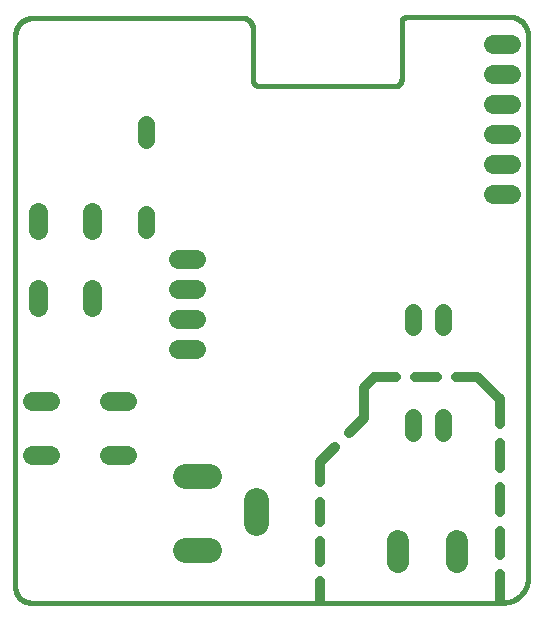
<source format=gbs>
G75*
%MOIN*%
%OFA0B0*%
%FSLAX25Y25*%
%IPPOS*%
%LPD*%
%AMOC8*
5,1,8,0,0,1.08239X$1,22.5*
%
%ADD10C,0.03200*%
%ADD11C,0.01600*%
%ADD12C,0.06400*%
%ADD13C,0.05600*%
%ADD14C,0.07450*%
%ADD15C,0.08274*%
D10*
X0137233Y0044645D02*
X0137233Y0051459D01*
X0137233Y0057859D02*
X0137233Y0064673D01*
X0137233Y0071073D02*
X0137233Y0077887D01*
X0137233Y0084287D02*
X0137233Y0091102D01*
X0142254Y0096122D01*
X0146779Y0100648D02*
X0151800Y0105669D01*
X0151800Y0115905D01*
X0155343Y0119448D01*
X0162494Y0119448D01*
X0168894Y0119448D02*
X0176045Y0119448D01*
X0182445Y0119448D02*
X0189595Y0119448D01*
X0197076Y0111968D01*
X0197076Y0103781D01*
X0197076Y0097381D02*
X0197076Y0089194D01*
X0197076Y0082794D02*
X0197076Y0074606D01*
X0197076Y0068206D02*
X0197076Y0060019D01*
X0197076Y0053619D02*
X0197076Y0045432D01*
D11*
X0198257Y0044251D02*
X0040776Y0044251D01*
X0040635Y0044253D01*
X0040494Y0044259D01*
X0040353Y0044268D01*
X0040213Y0044282D01*
X0040073Y0044300D01*
X0039934Y0044321D01*
X0039795Y0044346D01*
X0039657Y0044375D01*
X0039520Y0044408D01*
X0039383Y0044444D01*
X0039248Y0044484D01*
X0039114Y0044528D01*
X0038981Y0044576D01*
X0038850Y0044627D01*
X0038720Y0044682D01*
X0038592Y0044741D01*
X0038465Y0044802D01*
X0038340Y0044868D01*
X0038217Y0044937D01*
X0038096Y0045009D01*
X0037977Y0045084D01*
X0037860Y0045163D01*
X0037745Y0045245D01*
X0037632Y0045330D01*
X0037522Y0045418D01*
X0037415Y0045509D01*
X0037310Y0045604D01*
X0037207Y0045701D01*
X0037108Y0045800D01*
X0037011Y0045903D01*
X0036916Y0046008D01*
X0036825Y0046115D01*
X0036737Y0046225D01*
X0036652Y0046338D01*
X0036570Y0046453D01*
X0036491Y0046570D01*
X0036416Y0046689D01*
X0036344Y0046810D01*
X0036275Y0046933D01*
X0036209Y0047058D01*
X0036148Y0047185D01*
X0036089Y0047313D01*
X0036034Y0047443D01*
X0035983Y0047574D01*
X0035935Y0047707D01*
X0035891Y0047841D01*
X0035851Y0047976D01*
X0035815Y0048113D01*
X0035782Y0048250D01*
X0035753Y0048388D01*
X0035728Y0048527D01*
X0035707Y0048666D01*
X0035689Y0048806D01*
X0035675Y0048946D01*
X0035666Y0049087D01*
X0035660Y0049228D01*
X0035658Y0049369D01*
X0035658Y0233228D01*
X0035660Y0233380D01*
X0035666Y0233532D01*
X0035676Y0233684D01*
X0035689Y0233835D01*
X0035707Y0233986D01*
X0035728Y0234137D01*
X0035754Y0234287D01*
X0035783Y0234436D01*
X0035816Y0234585D01*
X0035853Y0234732D01*
X0035893Y0234879D01*
X0035938Y0235024D01*
X0035986Y0235168D01*
X0036038Y0235311D01*
X0036093Y0235453D01*
X0036152Y0235593D01*
X0036215Y0235732D01*
X0036281Y0235869D01*
X0036351Y0236004D01*
X0036424Y0236137D01*
X0036501Y0236268D01*
X0036581Y0236398D01*
X0036664Y0236525D01*
X0036750Y0236650D01*
X0036840Y0236773D01*
X0036933Y0236893D01*
X0037029Y0237011D01*
X0037128Y0237127D01*
X0037230Y0237240D01*
X0037334Y0237350D01*
X0037442Y0237458D01*
X0037552Y0237562D01*
X0037665Y0237664D01*
X0037781Y0237763D01*
X0037899Y0237859D01*
X0038019Y0237952D01*
X0038142Y0238042D01*
X0038267Y0238128D01*
X0038394Y0238211D01*
X0038524Y0238291D01*
X0038655Y0238368D01*
X0038788Y0238441D01*
X0038923Y0238511D01*
X0039060Y0238577D01*
X0039199Y0238640D01*
X0039339Y0238699D01*
X0039481Y0238754D01*
X0039624Y0238806D01*
X0039768Y0238854D01*
X0039913Y0238899D01*
X0040060Y0238939D01*
X0040207Y0238976D01*
X0040356Y0239009D01*
X0040505Y0239038D01*
X0040655Y0239064D01*
X0040806Y0239085D01*
X0040957Y0239103D01*
X0041108Y0239116D01*
X0041260Y0239126D01*
X0041412Y0239132D01*
X0041564Y0239134D01*
X0041564Y0239133D02*
X0111249Y0239133D01*
X0111365Y0239131D01*
X0111481Y0239125D01*
X0111596Y0239116D01*
X0111711Y0239103D01*
X0111826Y0239086D01*
X0111940Y0239065D01*
X0112054Y0239040D01*
X0112166Y0239012D01*
X0112277Y0238980D01*
X0112388Y0238945D01*
X0112497Y0238906D01*
X0112605Y0238863D01*
X0112711Y0238817D01*
X0112816Y0238768D01*
X0112919Y0238715D01*
X0113021Y0238658D01*
X0113120Y0238599D01*
X0113217Y0238536D01*
X0113313Y0238470D01*
X0113406Y0238401D01*
X0113497Y0238329D01*
X0113585Y0238254D01*
X0113671Y0238176D01*
X0113754Y0238095D01*
X0113835Y0238012D01*
X0113913Y0237926D01*
X0113988Y0237838D01*
X0114060Y0237747D01*
X0114129Y0237654D01*
X0114195Y0237558D01*
X0114258Y0237461D01*
X0114317Y0237362D01*
X0114374Y0237260D01*
X0114427Y0237157D01*
X0114476Y0237052D01*
X0114522Y0236946D01*
X0114565Y0236838D01*
X0114604Y0236729D01*
X0114639Y0236618D01*
X0114671Y0236507D01*
X0114699Y0236395D01*
X0114724Y0236281D01*
X0114745Y0236167D01*
X0114762Y0236052D01*
X0114775Y0235937D01*
X0114784Y0235822D01*
X0114790Y0235706D01*
X0114792Y0235590D01*
X0114792Y0218661D01*
X0114794Y0218566D01*
X0114800Y0218471D01*
X0114809Y0218376D01*
X0114823Y0218282D01*
X0114840Y0218189D01*
X0114861Y0218096D01*
X0114885Y0218004D01*
X0114914Y0217913D01*
X0114945Y0217823D01*
X0114981Y0217735D01*
X0115020Y0217648D01*
X0115063Y0217563D01*
X0115108Y0217480D01*
X0115158Y0217399D01*
X0115210Y0217319D01*
X0115266Y0217242D01*
X0115324Y0217167D01*
X0115386Y0217095D01*
X0115451Y0217025D01*
X0115518Y0216958D01*
X0115588Y0216893D01*
X0115660Y0216831D01*
X0115735Y0216773D01*
X0115812Y0216717D01*
X0115892Y0216665D01*
X0115973Y0216615D01*
X0116056Y0216570D01*
X0116141Y0216527D01*
X0116228Y0216488D01*
X0116316Y0216452D01*
X0116406Y0216421D01*
X0116497Y0216392D01*
X0116589Y0216368D01*
X0116682Y0216347D01*
X0116775Y0216330D01*
X0116869Y0216316D01*
X0116964Y0216307D01*
X0117059Y0216301D01*
X0117154Y0216299D01*
X0117154Y0216298D02*
X0162036Y0216298D01*
X0162036Y0216299D02*
X0162131Y0216301D01*
X0162226Y0216307D01*
X0162321Y0216316D01*
X0162415Y0216330D01*
X0162508Y0216347D01*
X0162601Y0216368D01*
X0162693Y0216392D01*
X0162784Y0216421D01*
X0162874Y0216452D01*
X0162962Y0216488D01*
X0163049Y0216527D01*
X0163134Y0216570D01*
X0163217Y0216615D01*
X0163298Y0216665D01*
X0163378Y0216717D01*
X0163455Y0216773D01*
X0163530Y0216831D01*
X0163602Y0216893D01*
X0163672Y0216958D01*
X0163739Y0217025D01*
X0163804Y0217095D01*
X0163866Y0217167D01*
X0163924Y0217242D01*
X0163980Y0217319D01*
X0164032Y0217399D01*
X0164082Y0217480D01*
X0164127Y0217563D01*
X0164170Y0217648D01*
X0164209Y0217735D01*
X0164245Y0217823D01*
X0164276Y0217913D01*
X0164305Y0218004D01*
X0164329Y0218096D01*
X0164350Y0218189D01*
X0164367Y0218282D01*
X0164381Y0218376D01*
X0164390Y0218471D01*
X0164396Y0218566D01*
X0164398Y0218661D01*
X0164398Y0237558D01*
X0164400Y0237644D01*
X0164405Y0237730D01*
X0164415Y0237815D01*
X0164428Y0237900D01*
X0164445Y0237984D01*
X0164465Y0238068D01*
X0164489Y0238150D01*
X0164517Y0238231D01*
X0164548Y0238312D01*
X0164582Y0238390D01*
X0164620Y0238467D01*
X0164662Y0238543D01*
X0164706Y0238616D01*
X0164754Y0238687D01*
X0164805Y0238757D01*
X0164859Y0238824D01*
X0164915Y0238888D01*
X0164975Y0238950D01*
X0165037Y0239010D01*
X0165101Y0239066D01*
X0165168Y0239120D01*
X0165238Y0239171D01*
X0165309Y0239219D01*
X0165383Y0239263D01*
X0165458Y0239305D01*
X0165535Y0239343D01*
X0165613Y0239377D01*
X0165694Y0239408D01*
X0165775Y0239436D01*
X0165857Y0239460D01*
X0165941Y0239480D01*
X0166025Y0239497D01*
X0166110Y0239510D01*
X0166195Y0239520D01*
X0166281Y0239525D01*
X0166367Y0239527D01*
X0200225Y0239527D01*
X0200382Y0239525D01*
X0200539Y0239519D01*
X0200696Y0239509D01*
X0200852Y0239496D01*
X0201008Y0239478D01*
X0201164Y0239457D01*
X0201319Y0239431D01*
X0201473Y0239402D01*
X0201627Y0239369D01*
X0201779Y0239332D01*
X0201931Y0239292D01*
X0202082Y0239247D01*
X0202231Y0239199D01*
X0202379Y0239147D01*
X0202526Y0239092D01*
X0202672Y0239032D01*
X0202816Y0238970D01*
X0202958Y0238903D01*
X0203099Y0238833D01*
X0203238Y0238760D01*
X0203375Y0238683D01*
X0203510Y0238603D01*
X0203642Y0238519D01*
X0203773Y0238432D01*
X0203902Y0238342D01*
X0204028Y0238249D01*
X0204152Y0238153D01*
X0204274Y0238053D01*
X0204393Y0237951D01*
X0204509Y0237845D01*
X0204623Y0237737D01*
X0204734Y0237626D01*
X0204842Y0237512D01*
X0204948Y0237396D01*
X0205050Y0237277D01*
X0205150Y0237155D01*
X0205246Y0237031D01*
X0205339Y0236905D01*
X0205429Y0236776D01*
X0205516Y0236645D01*
X0205600Y0236513D01*
X0205680Y0236378D01*
X0205757Y0236241D01*
X0205830Y0236102D01*
X0205900Y0235961D01*
X0205967Y0235819D01*
X0206029Y0235675D01*
X0206089Y0235529D01*
X0206144Y0235382D01*
X0206196Y0235234D01*
X0206244Y0235085D01*
X0206289Y0234934D01*
X0206329Y0234782D01*
X0206366Y0234630D01*
X0206399Y0234476D01*
X0206428Y0234322D01*
X0206454Y0234167D01*
X0206475Y0234011D01*
X0206493Y0233855D01*
X0206506Y0233699D01*
X0206516Y0233542D01*
X0206522Y0233385D01*
X0206524Y0233228D01*
X0206524Y0052519D01*
X0206525Y0052519D02*
X0206523Y0052319D01*
X0206515Y0052120D01*
X0206503Y0051920D01*
X0206486Y0051721D01*
X0206465Y0051522D01*
X0206438Y0051324D01*
X0206407Y0051127D01*
X0206371Y0050930D01*
X0206330Y0050735D01*
X0206285Y0050540D01*
X0206235Y0050347D01*
X0206180Y0050155D01*
X0206120Y0049964D01*
X0206056Y0049775D01*
X0205988Y0049587D01*
X0205915Y0049401D01*
X0205837Y0049217D01*
X0205755Y0049035D01*
X0205669Y0048855D01*
X0205578Y0048677D01*
X0205483Y0048501D01*
X0205384Y0048327D01*
X0205280Y0048156D01*
X0205173Y0047988D01*
X0205061Y0047822D01*
X0204946Y0047659D01*
X0204827Y0047499D01*
X0204703Y0047342D01*
X0204576Y0047187D01*
X0204446Y0047036D01*
X0204311Y0046888D01*
X0204174Y0046744D01*
X0204032Y0046602D01*
X0203888Y0046465D01*
X0203740Y0046330D01*
X0203589Y0046200D01*
X0203434Y0046073D01*
X0203277Y0045949D01*
X0203117Y0045830D01*
X0202954Y0045715D01*
X0202788Y0045603D01*
X0202620Y0045496D01*
X0202449Y0045392D01*
X0202275Y0045293D01*
X0202099Y0045198D01*
X0201921Y0045107D01*
X0201741Y0045021D01*
X0201559Y0044939D01*
X0201375Y0044861D01*
X0201189Y0044788D01*
X0201001Y0044720D01*
X0200812Y0044656D01*
X0200621Y0044596D01*
X0200429Y0044541D01*
X0200236Y0044491D01*
X0200041Y0044446D01*
X0199846Y0044405D01*
X0199649Y0044369D01*
X0199452Y0044338D01*
X0199254Y0044311D01*
X0199055Y0044290D01*
X0198856Y0044273D01*
X0198656Y0044261D01*
X0198457Y0044253D01*
X0198257Y0044251D01*
D12*
X0095740Y0128939D02*
X0089740Y0128939D01*
X0089740Y0138939D02*
X0095740Y0138939D01*
X0095740Y0148939D02*
X0089740Y0148939D01*
X0089740Y0158939D02*
X0095740Y0158939D01*
X0061089Y0168306D02*
X0061089Y0174306D01*
X0043289Y0174306D02*
X0043289Y0168306D01*
X0043289Y0148706D02*
X0043289Y0142706D01*
X0061089Y0142706D02*
X0061089Y0148706D01*
X0066806Y0111335D02*
X0072806Y0111335D01*
X0072806Y0093535D02*
X0066806Y0093535D01*
X0047206Y0093535D02*
X0041206Y0093535D01*
X0041206Y0111335D02*
X0047206Y0111335D01*
X0194801Y0180302D02*
X0200801Y0180302D01*
X0200801Y0190302D02*
X0194801Y0190302D01*
X0194801Y0200302D02*
X0200801Y0200302D01*
X0200801Y0210302D02*
X0194801Y0210302D01*
X0194801Y0220302D02*
X0200801Y0220302D01*
X0200801Y0230302D02*
X0194801Y0230302D01*
D13*
X0178060Y0141223D02*
X0178060Y0136023D01*
X0168060Y0136023D02*
X0168060Y0141223D01*
X0168060Y0106023D02*
X0168060Y0100823D01*
X0178060Y0100823D02*
X0178060Y0106023D01*
X0079115Y0168545D02*
X0079115Y0173745D01*
X0079115Y0198545D02*
X0079115Y0203745D01*
D14*
X0163217Y0064823D02*
X0163217Y0057773D01*
X0182902Y0057773D02*
X0182902Y0064823D01*
D15*
X0115890Y0070710D02*
X0115890Y0078584D01*
X0100142Y0086458D02*
X0092268Y0086458D01*
X0092268Y0061655D02*
X0100142Y0061655D01*
M02*

</source>
